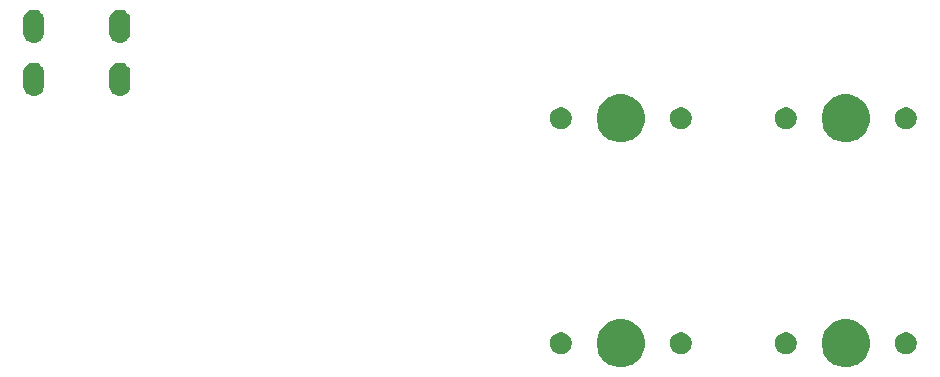
<source format=gbr>
G04 #@! TF.GenerationSoftware,KiCad,Pcbnew,(5.1.4)-1*
G04 #@! TF.CreationDate,2020-08-06T19:14:10-07:00*
G04 #@! TF.ProjectId,ai03-pcb-guide,61693033-2d70-4636-922d-67756964652e,rev?*
G04 #@! TF.SameCoordinates,Original*
G04 #@! TF.FileFunction,Soldermask,Top*
G04 #@! TF.FilePolarity,Negative*
%FSLAX46Y46*%
G04 Gerber Fmt 4.6, Leading zero omitted, Abs format (unit mm)*
G04 Created by KiCad (PCBNEW (5.1.4)-1) date 2020-08-06 19:14:10*
%MOMM*%
%LPD*%
G04 APERTURE LIST*
%ADD10C,0.100000*%
G04 APERTURE END LIST*
D10*
G36*
X89496474Y-74233684D02*
G01*
X89714474Y-74323983D01*
X89868623Y-74387833D01*
X90203548Y-74611623D01*
X90488377Y-74896452D01*
X90712167Y-75231377D01*
X90744562Y-75309586D01*
X90866316Y-75603526D01*
X90944900Y-75998594D01*
X90944900Y-76401406D01*
X90866316Y-76796474D01*
X90815451Y-76919272D01*
X90712167Y-77168623D01*
X90488377Y-77503548D01*
X90203548Y-77788377D01*
X89868623Y-78012167D01*
X89714474Y-78076017D01*
X89496474Y-78166316D01*
X89101406Y-78244900D01*
X88698594Y-78244900D01*
X88303526Y-78166316D01*
X88085526Y-78076017D01*
X87931377Y-78012167D01*
X87596452Y-77788377D01*
X87311623Y-77503548D01*
X87087833Y-77168623D01*
X86984549Y-76919272D01*
X86933684Y-76796474D01*
X86855100Y-76401406D01*
X86855100Y-75998594D01*
X86933684Y-75603526D01*
X87055438Y-75309586D01*
X87087833Y-75231377D01*
X87311623Y-74896452D01*
X87596452Y-74611623D01*
X87931377Y-74387833D01*
X88085526Y-74323983D01*
X88303526Y-74233684D01*
X88698594Y-74155100D01*
X89101406Y-74155100D01*
X89496474Y-74233684D01*
X89496474Y-74233684D01*
G37*
G36*
X108546474Y-74233684D02*
G01*
X108764474Y-74323983D01*
X108918623Y-74387833D01*
X109253548Y-74611623D01*
X109538377Y-74896452D01*
X109762167Y-75231377D01*
X109794562Y-75309586D01*
X109916316Y-75603526D01*
X109994900Y-75998594D01*
X109994900Y-76401406D01*
X109916316Y-76796474D01*
X109865451Y-76919272D01*
X109762167Y-77168623D01*
X109538377Y-77503548D01*
X109253548Y-77788377D01*
X108918623Y-78012167D01*
X108764474Y-78076017D01*
X108546474Y-78166316D01*
X108151406Y-78244900D01*
X107748594Y-78244900D01*
X107353526Y-78166316D01*
X107135526Y-78076017D01*
X106981377Y-78012167D01*
X106646452Y-77788377D01*
X106361623Y-77503548D01*
X106137833Y-77168623D01*
X106034549Y-76919272D01*
X105983684Y-76796474D01*
X105905100Y-76401406D01*
X105905100Y-75998594D01*
X105983684Y-75603526D01*
X106105438Y-75309586D01*
X106137833Y-75231377D01*
X106361623Y-74896452D01*
X106646452Y-74611623D01*
X106981377Y-74387833D01*
X107135526Y-74323983D01*
X107353526Y-74233684D01*
X107748594Y-74155100D01*
X108151406Y-74155100D01*
X108546474Y-74233684D01*
X108546474Y-74233684D01*
G37*
G36*
X113300104Y-75309585D02*
G01*
X113468626Y-75379389D01*
X113620291Y-75480728D01*
X113749272Y-75609709D01*
X113850611Y-75761374D01*
X113920415Y-75929896D01*
X113956000Y-76108797D01*
X113956000Y-76291203D01*
X113920415Y-76470104D01*
X113850611Y-76638626D01*
X113749272Y-76790291D01*
X113620291Y-76919272D01*
X113468626Y-77020611D01*
X113300104Y-77090415D01*
X113121203Y-77126000D01*
X112938797Y-77126000D01*
X112759896Y-77090415D01*
X112591374Y-77020611D01*
X112439709Y-76919272D01*
X112310728Y-76790291D01*
X112209389Y-76638626D01*
X112139585Y-76470104D01*
X112104000Y-76291203D01*
X112104000Y-76108797D01*
X112139585Y-75929896D01*
X112209389Y-75761374D01*
X112310728Y-75609709D01*
X112439709Y-75480728D01*
X112591374Y-75379389D01*
X112759896Y-75309585D01*
X112938797Y-75274000D01*
X113121203Y-75274000D01*
X113300104Y-75309585D01*
X113300104Y-75309585D01*
G37*
G36*
X103140104Y-75309585D02*
G01*
X103308626Y-75379389D01*
X103460291Y-75480728D01*
X103589272Y-75609709D01*
X103690611Y-75761374D01*
X103760415Y-75929896D01*
X103796000Y-76108797D01*
X103796000Y-76291203D01*
X103760415Y-76470104D01*
X103690611Y-76638626D01*
X103589272Y-76790291D01*
X103460291Y-76919272D01*
X103308626Y-77020611D01*
X103140104Y-77090415D01*
X102961203Y-77126000D01*
X102778797Y-77126000D01*
X102599896Y-77090415D01*
X102431374Y-77020611D01*
X102279709Y-76919272D01*
X102150728Y-76790291D01*
X102049389Y-76638626D01*
X101979585Y-76470104D01*
X101944000Y-76291203D01*
X101944000Y-76108797D01*
X101979585Y-75929896D01*
X102049389Y-75761374D01*
X102150728Y-75609709D01*
X102279709Y-75480728D01*
X102431374Y-75379389D01*
X102599896Y-75309585D01*
X102778797Y-75274000D01*
X102961203Y-75274000D01*
X103140104Y-75309585D01*
X103140104Y-75309585D01*
G37*
G36*
X94250104Y-75309585D02*
G01*
X94418626Y-75379389D01*
X94570291Y-75480728D01*
X94699272Y-75609709D01*
X94800611Y-75761374D01*
X94870415Y-75929896D01*
X94906000Y-76108797D01*
X94906000Y-76291203D01*
X94870415Y-76470104D01*
X94800611Y-76638626D01*
X94699272Y-76790291D01*
X94570291Y-76919272D01*
X94418626Y-77020611D01*
X94250104Y-77090415D01*
X94071203Y-77126000D01*
X93888797Y-77126000D01*
X93709896Y-77090415D01*
X93541374Y-77020611D01*
X93389709Y-76919272D01*
X93260728Y-76790291D01*
X93159389Y-76638626D01*
X93089585Y-76470104D01*
X93054000Y-76291203D01*
X93054000Y-76108797D01*
X93089585Y-75929896D01*
X93159389Y-75761374D01*
X93260728Y-75609709D01*
X93389709Y-75480728D01*
X93541374Y-75379389D01*
X93709896Y-75309585D01*
X93888797Y-75274000D01*
X94071203Y-75274000D01*
X94250104Y-75309585D01*
X94250104Y-75309585D01*
G37*
G36*
X84090104Y-75309585D02*
G01*
X84258626Y-75379389D01*
X84410291Y-75480728D01*
X84539272Y-75609709D01*
X84640611Y-75761374D01*
X84710415Y-75929896D01*
X84746000Y-76108797D01*
X84746000Y-76291203D01*
X84710415Y-76470104D01*
X84640611Y-76638626D01*
X84539272Y-76790291D01*
X84410291Y-76919272D01*
X84258626Y-77020611D01*
X84090104Y-77090415D01*
X83911203Y-77126000D01*
X83728797Y-77126000D01*
X83549896Y-77090415D01*
X83381374Y-77020611D01*
X83229709Y-76919272D01*
X83100728Y-76790291D01*
X82999389Y-76638626D01*
X82929585Y-76470104D01*
X82894000Y-76291203D01*
X82894000Y-76108797D01*
X82929585Y-75929896D01*
X82999389Y-75761374D01*
X83100728Y-75609709D01*
X83229709Y-75480728D01*
X83381374Y-75379389D01*
X83549896Y-75309585D01*
X83728797Y-75274000D01*
X83911203Y-75274000D01*
X84090104Y-75309585D01*
X84090104Y-75309585D01*
G37*
G36*
X89496474Y-55183684D02*
G01*
X89622686Y-55235963D01*
X89868623Y-55337833D01*
X90203548Y-55561623D01*
X90488377Y-55846452D01*
X90712167Y-56181377D01*
X90744562Y-56259586D01*
X90866316Y-56553526D01*
X90944900Y-56948594D01*
X90944900Y-57351406D01*
X90866316Y-57746474D01*
X90815451Y-57869272D01*
X90712167Y-58118623D01*
X90488377Y-58453548D01*
X90203548Y-58738377D01*
X89868623Y-58962167D01*
X89714474Y-59026017D01*
X89496474Y-59116316D01*
X89101406Y-59194900D01*
X88698594Y-59194900D01*
X88303526Y-59116316D01*
X88085526Y-59026017D01*
X87931377Y-58962167D01*
X87596452Y-58738377D01*
X87311623Y-58453548D01*
X87087833Y-58118623D01*
X86984549Y-57869272D01*
X86933684Y-57746474D01*
X86855100Y-57351406D01*
X86855100Y-56948594D01*
X86933684Y-56553526D01*
X87055438Y-56259586D01*
X87087833Y-56181377D01*
X87311623Y-55846452D01*
X87596452Y-55561623D01*
X87931377Y-55337833D01*
X88177314Y-55235963D01*
X88303526Y-55183684D01*
X88698594Y-55105100D01*
X89101406Y-55105100D01*
X89496474Y-55183684D01*
X89496474Y-55183684D01*
G37*
G36*
X108546474Y-55183684D02*
G01*
X108672686Y-55235963D01*
X108918623Y-55337833D01*
X109253548Y-55561623D01*
X109538377Y-55846452D01*
X109762167Y-56181377D01*
X109794562Y-56259586D01*
X109916316Y-56553526D01*
X109994900Y-56948594D01*
X109994900Y-57351406D01*
X109916316Y-57746474D01*
X109865451Y-57869272D01*
X109762167Y-58118623D01*
X109538377Y-58453548D01*
X109253548Y-58738377D01*
X108918623Y-58962167D01*
X108764474Y-59026017D01*
X108546474Y-59116316D01*
X108151406Y-59194900D01*
X107748594Y-59194900D01*
X107353526Y-59116316D01*
X107135526Y-59026017D01*
X106981377Y-58962167D01*
X106646452Y-58738377D01*
X106361623Y-58453548D01*
X106137833Y-58118623D01*
X106034549Y-57869272D01*
X105983684Y-57746474D01*
X105905100Y-57351406D01*
X105905100Y-56948594D01*
X105983684Y-56553526D01*
X106105438Y-56259586D01*
X106137833Y-56181377D01*
X106361623Y-55846452D01*
X106646452Y-55561623D01*
X106981377Y-55337833D01*
X107227314Y-55235963D01*
X107353526Y-55183684D01*
X107748594Y-55105100D01*
X108151406Y-55105100D01*
X108546474Y-55183684D01*
X108546474Y-55183684D01*
G37*
G36*
X113300104Y-56259585D02*
G01*
X113468626Y-56329389D01*
X113620291Y-56430728D01*
X113749272Y-56559709D01*
X113850611Y-56711374D01*
X113920415Y-56879896D01*
X113956000Y-57058797D01*
X113956000Y-57241203D01*
X113920415Y-57420104D01*
X113850611Y-57588626D01*
X113749272Y-57740291D01*
X113620291Y-57869272D01*
X113468626Y-57970611D01*
X113300104Y-58040415D01*
X113121203Y-58076000D01*
X112938797Y-58076000D01*
X112759896Y-58040415D01*
X112591374Y-57970611D01*
X112439709Y-57869272D01*
X112310728Y-57740291D01*
X112209389Y-57588626D01*
X112139585Y-57420104D01*
X112104000Y-57241203D01*
X112104000Y-57058797D01*
X112139585Y-56879896D01*
X112209389Y-56711374D01*
X112310728Y-56559709D01*
X112439709Y-56430728D01*
X112591374Y-56329389D01*
X112759896Y-56259585D01*
X112938797Y-56224000D01*
X113121203Y-56224000D01*
X113300104Y-56259585D01*
X113300104Y-56259585D01*
G37*
G36*
X84090104Y-56259585D02*
G01*
X84258626Y-56329389D01*
X84410291Y-56430728D01*
X84539272Y-56559709D01*
X84640611Y-56711374D01*
X84710415Y-56879896D01*
X84746000Y-57058797D01*
X84746000Y-57241203D01*
X84710415Y-57420104D01*
X84640611Y-57588626D01*
X84539272Y-57740291D01*
X84410291Y-57869272D01*
X84258626Y-57970611D01*
X84090104Y-58040415D01*
X83911203Y-58076000D01*
X83728797Y-58076000D01*
X83549896Y-58040415D01*
X83381374Y-57970611D01*
X83229709Y-57869272D01*
X83100728Y-57740291D01*
X82999389Y-57588626D01*
X82929585Y-57420104D01*
X82894000Y-57241203D01*
X82894000Y-57058797D01*
X82929585Y-56879896D01*
X82999389Y-56711374D01*
X83100728Y-56559709D01*
X83229709Y-56430728D01*
X83381374Y-56329389D01*
X83549896Y-56259585D01*
X83728797Y-56224000D01*
X83911203Y-56224000D01*
X84090104Y-56259585D01*
X84090104Y-56259585D01*
G37*
G36*
X94250104Y-56259585D02*
G01*
X94418626Y-56329389D01*
X94570291Y-56430728D01*
X94699272Y-56559709D01*
X94800611Y-56711374D01*
X94870415Y-56879896D01*
X94906000Y-57058797D01*
X94906000Y-57241203D01*
X94870415Y-57420104D01*
X94800611Y-57588626D01*
X94699272Y-57740291D01*
X94570291Y-57869272D01*
X94418626Y-57970611D01*
X94250104Y-58040415D01*
X94071203Y-58076000D01*
X93888797Y-58076000D01*
X93709896Y-58040415D01*
X93541374Y-57970611D01*
X93389709Y-57869272D01*
X93260728Y-57740291D01*
X93159389Y-57588626D01*
X93089585Y-57420104D01*
X93054000Y-57241203D01*
X93054000Y-57058797D01*
X93089585Y-56879896D01*
X93159389Y-56711374D01*
X93260728Y-56559709D01*
X93389709Y-56430728D01*
X93541374Y-56329389D01*
X93709896Y-56259585D01*
X93888797Y-56224000D01*
X94071203Y-56224000D01*
X94250104Y-56259585D01*
X94250104Y-56259585D01*
G37*
G36*
X103140104Y-56259585D02*
G01*
X103308626Y-56329389D01*
X103460291Y-56430728D01*
X103589272Y-56559709D01*
X103690611Y-56711374D01*
X103760415Y-56879896D01*
X103796000Y-57058797D01*
X103796000Y-57241203D01*
X103760415Y-57420104D01*
X103690611Y-57588626D01*
X103589272Y-57740291D01*
X103460291Y-57869272D01*
X103308626Y-57970611D01*
X103140104Y-58040415D01*
X102961203Y-58076000D01*
X102778797Y-58076000D01*
X102599896Y-58040415D01*
X102431374Y-57970611D01*
X102279709Y-57869272D01*
X102150728Y-57740291D01*
X102049389Y-57588626D01*
X101979585Y-57420104D01*
X101944000Y-57241203D01*
X101944000Y-57058797D01*
X101979585Y-56879896D01*
X102049389Y-56711374D01*
X102150728Y-56559709D01*
X102279709Y-56430728D01*
X102431374Y-56329389D01*
X102599896Y-56259585D01*
X102778797Y-56224000D01*
X102961203Y-56224000D01*
X103140104Y-56259585D01*
X103140104Y-56259585D01*
G37*
G36*
X39357377Y-52460037D02*
G01*
X39527216Y-52511557D01*
X39683741Y-52595222D01*
X39719479Y-52624552D01*
X39820936Y-52707814D01*
X39904198Y-52809271D01*
X39933528Y-52845009D01*
X40017193Y-53001534D01*
X40068713Y-53171373D01*
X40081750Y-53303742D01*
X40081750Y-54392258D01*
X40068713Y-54524627D01*
X40017193Y-54694466D01*
X39933528Y-54850991D01*
X39904198Y-54886729D01*
X39820936Y-54988186D01*
X39683739Y-55100779D01*
X39528635Y-55183684D01*
X39527215Y-55184443D01*
X39357376Y-55235963D01*
X39180750Y-55253359D01*
X39004123Y-55235963D01*
X38834284Y-55184443D01*
X38677759Y-55100778D01*
X38642021Y-55071448D01*
X38540564Y-54988186D01*
X38427971Y-54850989D01*
X38344308Y-54694467D01*
X38344307Y-54694465D01*
X38292787Y-54524626D01*
X38279750Y-54392257D01*
X38279751Y-53303742D01*
X38292788Y-53171373D01*
X38344308Y-53001534D01*
X38427973Y-52845009D01*
X38457303Y-52809271D01*
X38540565Y-52707814D01*
X38642022Y-52624552D01*
X38677760Y-52595222D01*
X38834285Y-52511557D01*
X39004124Y-52460037D01*
X39180750Y-52442641D01*
X39357377Y-52460037D01*
X39357377Y-52460037D01*
G37*
G36*
X46657377Y-52460037D02*
G01*
X46827216Y-52511557D01*
X46983741Y-52595222D01*
X47019479Y-52624552D01*
X47120936Y-52707814D01*
X47204198Y-52809271D01*
X47233528Y-52845009D01*
X47317193Y-53001534D01*
X47368713Y-53171373D01*
X47381750Y-53303742D01*
X47381750Y-54392258D01*
X47368713Y-54524627D01*
X47317193Y-54694466D01*
X47233528Y-54850991D01*
X47204198Y-54886729D01*
X47120936Y-54988186D01*
X46983739Y-55100779D01*
X46828635Y-55183684D01*
X46827215Y-55184443D01*
X46657376Y-55235963D01*
X46480750Y-55253359D01*
X46304123Y-55235963D01*
X46134284Y-55184443D01*
X45977759Y-55100778D01*
X45942021Y-55071448D01*
X45840564Y-54988186D01*
X45727971Y-54850989D01*
X45644308Y-54694467D01*
X45644307Y-54694465D01*
X45592787Y-54524626D01*
X45579750Y-54392257D01*
X45579751Y-53303742D01*
X45592788Y-53171373D01*
X45644308Y-53001534D01*
X45727973Y-52845009D01*
X45757303Y-52809271D01*
X45840565Y-52707814D01*
X45942022Y-52624552D01*
X45977760Y-52595222D01*
X46134285Y-52511557D01*
X46304124Y-52460037D01*
X46480750Y-52442641D01*
X46657377Y-52460037D01*
X46657377Y-52460037D01*
G37*
G36*
X39357377Y-47960037D02*
G01*
X39527216Y-48011557D01*
X39683741Y-48095222D01*
X39719479Y-48124552D01*
X39820936Y-48207814D01*
X39904198Y-48309271D01*
X39933528Y-48345009D01*
X40017193Y-48501534D01*
X40068713Y-48671373D01*
X40081750Y-48803742D01*
X40081750Y-49892258D01*
X40068713Y-50024627D01*
X40017193Y-50194466D01*
X39933528Y-50350991D01*
X39904198Y-50386729D01*
X39820936Y-50488186D01*
X39683739Y-50600779D01*
X39527217Y-50684442D01*
X39527215Y-50684443D01*
X39357376Y-50735963D01*
X39180750Y-50753359D01*
X39004123Y-50735963D01*
X38834284Y-50684443D01*
X38677759Y-50600778D01*
X38642021Y-50571448D01*
X38540564Y-50488186D01*
X38427971Y-50350989D01*
X38344308Y-50194467D01*
X38344307Y-50194465D01*
X38292787Y-50024626D01*
X38279750Y-49892257D01*
X38279751Y-48803742D01*
X38292788Y-48671373D01*
X38344308Y-48501534D01*
X38427973Y-48345009D01*
X38457303Y-48309271D01*
X38540565Y-48207814D01*
X38642022Y-48124552D01*
X38677760Y-48095222D01*
X38834285Y-48011557D01*
X39004124Y-47960037D01*
X39180750Y-47942641D01*
X39357377Y-47960037D01*
X39357377Y-47960037D01*
G37*
G36*
X46657377Y-47960037D02*
G01*
X46827216Y-48011557D01*
X46983741Y-48095222D01*
X47019479Y-48124552D01*
X47120936Y-48207814D01*
X47204198Y-48309271D01*
X47233528Y-48345009D01*
X47317193Y-48501534D01*
X47368713Y-48671373D01*
X47381750Y-48803742D01*
X47381750Y-49892258D01*
X47368713Y-50024627D01*
X47317193Y-50194466D01*
X47233528Y-50350991D01*
X47204198Y-50386729D01*
X47120936Y-50488186D01*
X46983739Y-50600779D01*
X46827217Y-50684442D01*
X46827215Y-50684443D01*
X46657376Y-50735963D01*
X46480750Y-50753359D01*
X46304123Y-50735963D01*
X46134284Y-50684443D01*
X45977759Y-50600778D01*
X45942021Y-50571448D01*
X45840564Y-50488186D01*
X45727971Y-50350989D01*
X45644308Y-50194467D01*
X45644307Y-50194465D01*
X45592787Y-50024626D01*
X45579750Y-49892257D01*
X45579751Y-48803742D01*
X45592788Y-48671373D01*
X45644308Y-48501534D01*
X45727973Y-48345009D01*
X45757303Y-48309271D01*
X45840565Y-48207814D01*
X45942022Y-48124552D01*
X45977760Y-48095222D01*
X46134285Y-48011557D01*
X46304124Y-47960037D01*
X46480750Y-47942641D01*
X46657377Y-47960037D01*
X46657377Y-47960037D01*
G37*
M02*

</source>
